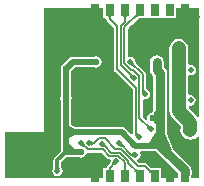
<source format=gbl>
G04*
G04 #@! TF.GenerationSoftware,Altium Limited,Altium Designer,20.0.1 (14)*
G04*
G04 Layer_Physical_Order=2*
G04 Layer_Color=16711680*
%FSLAX44Y44*%
%MOMM*%
G71*
G01*
G75*
%ADD12C,0.1800*%
%ADD20C,0.5000*%
%ADD32C,0.5000*%
%ADD34C,0.1600*%
%ADD35C,0.3000*%
%ADD39C,0.6000*%
%ADD40R,0.8000X1.0000*%
%ADD41C,1.2000*%
%ADD42C,0.8000*%
G36*
X113029Y141280D02*
X116069D01*
X114414Y140899D01*
X113029Y141280D01*
X112800D01*
X112418Y141449D01*
X113029Y141280D01*
D02*
G37*
G36*
X92170Y140801D02*
X90570D01*
X89770Y141280D01*
X92970D01*
X92170Y140801D01*
D02*
G37*
G36*
X105400Y140740D02*
X103600D01*
X102700Y141280D01*
X106300D01*
X105400Y140740D01*
D02*
G37*
G36*
X167247Y56379D02*
X165977Y55948D01*
X165313Y56813D01*
X158368Y63758D01*
X158433Y64847D01*
X159556Y65704D01*
X160000Y65616D01*
X161678Y65950D01*
X163100Y66900D01*
X164051Y68322D01*
X164384Y70000D01*
X164051Y71678D01*
X163100Y73100D01*
X161678Y74050D01*
X160000Y74384D01*
X159137Y74213D01*
X157867Y75158D01*
Y90509D01*
X159137Y91337D01*
X160250Y91116D01*
X161928Y91449D01*
X163350Y92400D01*
X164300Y93822D01*
X164634Y95500D01*
X164300Y97178D01*
X163350Y98600D01*
X161928Y99551D01*
X160250Y99884D01*
X159137Y99663D01*
X157867Y100491D01*
Y113616D01*
X157894Y113750D01*
X157867Y113884D01*
Y114000D01*
X157599Y116036D01*
X156813Y117934D01*
X155563Y119563D01*
X153934Y120813D01*
X152036Y121599D01*
X150000Y121867D01*
X147964Y121599D01*
X146066Y120813D01*
X144437Y119563D01*
X143187Y117934D01*
X142401Y116036D01*
X142133Y114000D01*
Y61000D01*
X142401Y58964D01*
X143187Y57066D01*
X144437Y55437D01*
X151883Y47991D01*
Y46604D01*
X151728Y46373D01*
X151356Y44500D01*
X151728Y42627D01*
X152662Y41231D01*
X152937Y40566D01*
X154187Y38937D01*
X155816Y37687D01*
X157714Y36901D01*
X159750Y36633D01*
X161786Y36901D01*
X163684Y37687D01*
X165313Y38937D01*
X165977Y39802D01*
X167247Y39371D01*
Y4023D01*
X160670D01*
Y6799D01*
X160784Y7370D01*
Y11130D01*
X160670Y11701D01*
Y13050D01*
X160402D01*
X160333Y13393D01*
X159052Y15312D01*
X159051Y15312D01*
X145384Y28979D01*
X140164Y41583D01*
Y55250D01*
Y93000D01*
X139713Y95263D01*
X138432Y97182D01*
X138432Y97182D01*
X137164Y98449D01*
Y102500D01*
X136713Y104763D01*
X135432Y106682D01*
X133513Y107963D01*
X131250Y108414D01*
X128987Y107963D01*
X127068Y106682D01*
X125787Y104763D01*
X125336Y102500D01*
Y96000D01*
X125336Y96000D01*
X125787Y93737D01*
X127068Y91818D01*
X128336Y90550D01*
Y61027D01*
X127745Y59843D01*
X126127Y59521D01*
X124539Y58461D01*
X123478Y56873D01*
X123106Y55000D01*
X123272Y54168D01*
X122101Y53542D01*
X119353Y56290D01*
Y70198D01*
X120623Y71241D01*
X121250Y71116D01*
X122928Y71449D01*
X124350Y72400D01*
X125301Y73822D01*
X125634Y75500D01*
X125301Y77178D01*
X124350Y78600D01*
X123422Y79220D01*
X123421Y79222D01*
X122151Y80202D01*
Y92250D01*
X122151Y92250D01*
X121949Y93265D01*
X121375Y94124D01*
X121374Y94125D01*
X113898Y101601D01*
X113219Y103673D01*
X113190Y103724D01*
X113050Y104428D01*
X112100Y105850D01*
X110678Y106800D01*
X109000Y107134D01*
X108023Y106940D01*
X106753Y107831D01*
Y130617D01*
X115372Y139236D01*
X116298Y139450D01*
X122570D01*
Y139450D01*
X123670D01*
Y139450D01*
X135270D01*
Y139450D01*
X136370D01*
Y139450D01*
X147970D01*
Y148517D01*
X167247D01*
Y56379D01*
D02*
G37*
G36*
X112301Y100580D02*
X111170Y99449D01*
X108648Y100275D01*
X111475Y103102D01*
X112301Y100580D01*
D02*
G37*
G36*
X85570Y139450D02*
X87521D01*
X88719Y139130D01*
X88921Y138116D01*
X89495Y137256D01*
X95199Y131552D01*
Y96286D01*
X95199Y96286D01*
X95401Y95272D01*
X95976Y94411D01*
X110849Y79538D01*
Y42250D01*
X110849Y42250D01*
X110937Y41810D01*
X109766Y41184D01*
X104600Y46350D01*
X103178Y47301D01*
X101500Y47634D01*
X62335D01*
X58884Y49360D01*
Y69672D01*
X59022Y69877D01*
X59394Y71750D01*
X59022Y73623D01*
X59009Y73641D01*
Y94485D01*
X59271Y94877D01*
X59320Y95119D01*
X62316Y98116D01*
X77672D01*
X77877Y97978D01*
X79750Y97606D01*
X81623Y97978D01*
X83211Y99039D01*
X84271Y100627D01*
X84644Y102500D01*
X84271Y104373D01*
X83211Y105961D01*
X81623Y107022D01*
X79750Y107394D01*
X77877Y107022D01*
X77672Y106884D01*
X60500D01*
X58822Y106551D01*
X57400Y105600D01*
X53119Y101320D01*
X52877Y101271D01*
X51289Y100211D01*
X50229Y98623D01*
X49856Y96750D01*
X50229Y94877D01*
X50241Y94859D01*
Y74015D01*
X49978Y73623D01*
X49606Y71750D01*
X49978Y69877D01*
X50116Y69672D01*
Y43250D01*
Y27344D01*
X47542Y24492D01*
X44871Y21820D01*
X44142Y20729D01*
X43885Y19441D01*
X43885Y19441D01*
Y13858D01*
X43525Y12415D01*
X43200Y11928D01*
X42866Y10250D01*
X43200Y8572D01*
X44150Y7150D01*
X45572Y6199D01*
X47250Y5866D01*
X48928Y6199D01*
X50350Y7150D01*
X51301Y8572D01*
X51634Y10250D01*
X51301Y11928D01*
X50975Y12415D01*
X50615Y13858D01*
Y18048D01*
X52301Y19734D01*
X55153Y22307D01*
X64635D01*
X65127Y21978D01*
X67000Y21606D01*
X68873Y21978D01*
X70461Y23039D01*
X71522Y24627D01*
X71579Y24914D01*
X72886Y25849D01*
X72886Y25849D01*
X84652D01*
X89375Y21126D01*
X90236Y20551D01*
X91250Y20349D01*
X91689D01*
X92249Y19912D01*
X92668Y19079D01*
X92102Y17351D01*
X89495Y14744D01*
X88921Y13884D01*
X88755Y13050D01*
X85570D01*
Y4023D01*
X2753D01*
Y43250D01*
X36000D01*
Y148517D01*
X85570D01*
Y139450D01*
D02*
G37*
G36*
X112102Y91225D02*
X109275Y88398D01*
X108404Y90823D01*
X109677Y92096D01*
X112102Y91225D01*
D02*
G37*
G36*
X122299Y77769D02*
X118781Y75895D01*
X118700Y78785D01*
X120300Y79313D01*
X122299Y77769D01*
D02*
G37*
G36*
X138250Y55250D02*
X130250Y49750D01*
X128250Y53750D01*
Y56750D01*
X130250Y60750D01*
X138250Y55250D01*
D02*
G37*
G36*
X126602Y47975D02*
X123775Y45148D01*
X122904Y47573D01*
X124177Y48846D01*
X126602Y47975D01*
D02*
G37*
G36*
X116711Y41707D02*
X113762Y39008D01*
X113037Y41582D01*
X114253Y42629D01*
X116711Y41707D01*
D02*
G37*
G36*
X62000Y45750D02*
Y40750D01*
X57000Y38250D01*
X52000Y43250D01*
X57000Y48250D01*
X62000Y45750D01*
D02*
G37*
G36*
X77869Y34550D02*
Y32950D01*
X75501Y31751D01*
Y35749D01*
X77869Y34550D01*
D02*
G37*
G36*
X70512Y32005D02*
X69342Y30912D01*
X66848Y31783D01*
X69732Y34552D01*
X70512Y32005D01*
D02*
G37*
G36*
X87766Y31866D02*
X86634Y30734D01*
X85062Y30757D01*
X87743Y33438D01*
X87766Y31866D01*
D02*
G37*
G36*
X102943Y31932D02*
X101980Y30632D01*
X99366Y31254D01*
X101935Y34317D01*
X102943Y31932D01*
D02*
G37*
G36*
X138250Y41407D02*
X143907Y27750D01*
X131423Y28920D01*
X134248Y29250D01*
X131423Y30819D01*
Y28920D01*
X123127Y29250D01*
Y34250D01*
X125304Y34337D01*
X130250Y42250D01*
X138250Y41407D01*
D02*
G37*
G36*
X62000Y29191D02*
X54503Y24191D01*
X55559Y25629D01*
X53438Y27750D01*
X52000Y26694D01*
X57000Y34191D01*
X62000Y29191D01*
D02*
G37*
G36*
X111731Y22017D02*
X109743Y23200D01*
Y24800D01*
X111731Y25983D01*
Y22017D01*
D02*
G37*
G36*
X54502Y24191D02*
X50611Y20681D01*
X48490Y22802D01*
X52000Y26693D01*
X54502Y24191D01*
D02*
G37*
G36*
X97352Y16025D02*
X94830Y15199D01*
X93699Y16330D01*
X94525Y18852D01*
X97352Y16025D01*
D02*
G37*
G36*
X49249Y11751D02*
X45251D01*
X45750Y13750D01*
X48750D01*
X49249Y11751D01*
D02*
G37*
G36*
X105670Y11189D02*
X102470D01*
X103270Y11700D01*
X104870D01*
X105670Y11189D01*
D02*
G37*
G36*
X92970D02*
X89770D01*
X90570Y11700D01*
X92170D01*
X92970Y11189D01*
D02*
G37*
G36*
X115063D02*
X112831Y8957D01*
X112461Y10428D01*
X113592Y11559D01*
X115063Y11189D01*
D02*
G37*
G36*
X125500Y11220D02*
X125531Y7957D01*
X125161Y9428D01*
X125292Y11559D01*
X125500Y11220D01*
D02*
G37*
G36*
X130518Y27119D02*
X148956Y8681D01*
Y7370D01*
X149070Y6799D01*
Y4023D01*
X135270D01*
Y13050D01*
X126419D01*
X123344Y16125D01*
X122484Y16699D01*
X121470Y16901D01*
X121470Y16901D01*
X116631D01*
X114804Y18728D01*
X115200Y20129D01*
X116354Y20900D01*
X117304Y22322D01*
X117638Y24000D01*
X117304Y25678D01*
X117025Y26096D01*
X117703Y27366D01*
X124322D01*
X130518Y27119D01*
D02*
G37*
D12*
X111505Y95500D02*
X116600Y90405D01*
X109745Y95500D02*
X111505D01*
X104000Y101245D02*
X109745Y95500D01*
X116600Y55150D02*
X126250Y45500D01*
X116600Y55150D02*
Y90405D01*
X104000Y131757D02*
X116770Y144527D01*
X104000Y101245D02*
Y131757D01*
X100750Y99750D02*
Y132750D01*
X104500Y136500D01*
X100750Y99750D02*
X111750Y88750D01*
X116770Y144527D02*
Y146250D01*
X104500Y136500D02*
Y145820D01*
X104070Y146250D02*
X104500Y145820D01*
D20*
X144753Y50000D02*
D03*
X122253Y97500D02*
D03*
X57253Y7500D02*
D03*
X32253Y12500D02*
D03*
Y22500D02*
D03*
X14753Y12500D02*
D03*
Y32500D02*
D03*
X116250Y39250D02*
D03*
X123500Y21500D02*
D03*
X131250Y17750D02*
D03*
X74000Y33750D02*
D03*
X113253Y24000D02*
D03*
X99500Y33750D02*
D03*
X126250Y45500D02*
D03*
X68500Y17250D02*
D03*
X158000Y31000D02*
D03*
X160000Y19200D02*
D03*
X111750Y88750D02*
D03*
X109000Y102750D02*
D03*
X93000Y114750D02*
D03*
X47250Y10250D02*
D03*
X97000Y18500D02*
D03*
X67250Y34250D02*
D03*
X85250Y33250D02*
D03*
X84250Y17250D02*
D03*
X165000Y141000D02*
D03*
X160000Y70000D02*
D03*
X160250Y95500D02*
D03*
X87500Y68000D02*
D03*
X75000D02*
D03*
X100000D02*
D03*
Y57500D02*
D03*
X87250D02*
D03*
X75000D02*
D03*
X70000Y114000D02*
D03*
X40000Y144750D02*
D03*
Y117000D02*
D03*
Y131000D02*
D03*
Y99000D02*
D03*
Y85000D02*
D03*
Y70000D02*
D03*
Y56750D02*
D03*
X121250Y75500D02*
D03*
X53250Y144500D02*
D03*
X87500Y78500D02*
D03*
X100000D02*
D03*
X75000D02*
D03*
X148000Y133000D02*
D03*
X122000Y131000D02*
D03*
X116000D02*
D03*
X110000D02*
D03*
X159000Y133000D02*
D03*
D32*
X54500Y26691D02*
Y43250D01*
X101500D01*
X54500D02*
Y71750D01*
Y26691D02*
X66809D01*
X113000Y31750D02*
X134250D01*
X101500Y43250D02*
X113000Y31750D01*
X54750Y96750D02*
X60500Y102500D01*
X66809Y26691D02*
X67000Y26500D01*
X54625Y96625D02*
X54750Y96750D01*
X54625Y71875D02*
Y96625D01*
X54500Y71750D02*
X54625Y71875D01*
X60500Y102500D02*
X79750D01*
D34*
X91370Y139130D02*
Y146250D01*
Y139130D02*
X97850Y132650D01*
X116250Y39250D02*
Y39500D01*
X113500Y42250D02*
X116250Y39500D01*
X85750Y28500D02*
X91250Y23000D01*
X72886Y28500D02*
X85750D01*
X91250Y23000D02*
X98864D01*
X67250Y34136D02*
X72886Y28500D01*
X74000Y33750D02*
X78500D01*
X82500Y37750D01*
X87114D01*
X92626Y25800D02*
X100024D01*
X87200Y31226D02*
X92626Y25800D01*
X87200Y31226D02*
Y31300D01*
X85250Y33250D02*
X87200Y31300D01*
X96264Y28600D02*
X101184D01*
X87114Y37750D02*
X96264Y28600D01*
X97850Y96286D02*
X113500Y80636D01*
Y42250D02*
Y80636D01*
X113253Y24000D02*
X113500D01*
X109743D02*
X113253D01*
X100024Y25800D02*
X106870Y18954D01*
X99993Y33750D02*
X109743Y24000D01*
X116770Y6250D02*
Y7250D01*
X99500Y33750D02*
X99993D01*
X106870Y17150D02*
X116770Y7250D01*
X106870Y17150D02*
Y18954D01*
X98864Y23000D02*
X104070Y17794D01*
Y6250D02*
Y17794D01*
X101184Y28600D02*
X115534Y14250D01*
X121470D01*
X97850Y96286D02*
Y132650D01*
X91370Y12870D02*
X97000Y18500D01*
X91370Y6250D02*
Y12870D01*
X109000Y102750D02*
X119500Y92250D01*
Y77250D02*
Y92250D01*
Y77250D02*
X121250Y75500D01*
X121470Y14250D02*
X129470Y6250D01*
X67250Y34136D02*
Y34250D01*
D35*
X47250Y19441D02*
X54500Y26691D01*
X47250Y10250D02*
Y19441D01*
X128000Y55000D02*
X128250Y55250D01*
X134250D01*
D39*
X153000Y113750D02*
D03*
X156250Y44500D02*
D03*
X163000D02*
D03*
X128000Y55000D02*
D03*
X67000Y26500D02*
D03*
X131250Y96000D02*
D03*
Y102500D02*
D03*
X54500Y71750D02*
D03*
X54750Y96750D02*
D03*
X79750Y102500D02*
D03*
X147250Y113750D02*
D03*
D40*
X154870Y146250D02*
D03*
Y6250D02*
D03*
X142170D02*
D03*
X129470D02*
D03*
X116770D02*
D03*
X104070D02*
D03*
X91370D02*
D03*
X78670D02*
D03*
Y146250D02*
D03*
X91370D02*
D03*
X104070D02*
D03*
X116770D02*
D03*
X129470D02*
D03*
X142170D02*
D03*
D41*
X150000Y61000D02*
Y114000D01*
X159750Y44500D02*
Y51250D01*
X150000Y61000D02*
X159750Y51250D01*
D42*
X134250Y31750D02*
Y55250D01*
Y93000D01*
X131250Y96000D02*
X134250Y93000D01*
X154870Y7370D02*
Y11130D01*
X134250Y31750D02*
X154870Y11130D01*
X131250Y96000D02*
Y102500D01*
M02*

</source>
